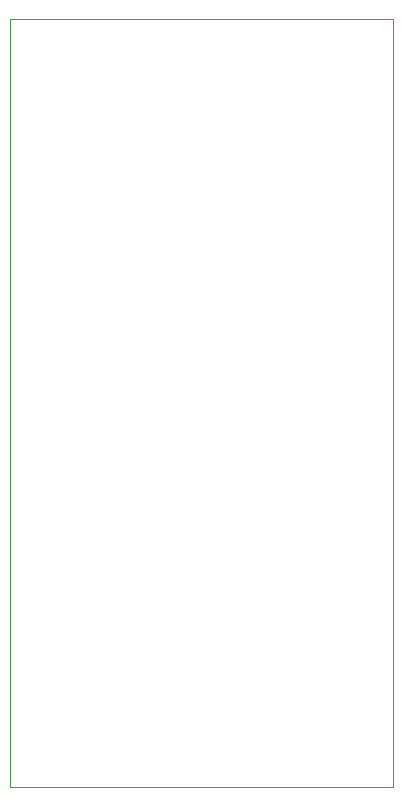
<source format=gbo>
G75*
%MOIN*%
%OFA0B0*%
%FSLAX25Y25*%
%IPPOS*%
%LPD*%
%AMOC8*
5,1,8,0,0,1.08239X$1,22.5*
%
%ADD10C,0.00000*%
D10*
X0001300Y0001500D02*
X0001300Y0257500D01*
X0129221Y0257500D01*
X0129221Y0001500D01*
X0001300Y0001500D01*
M02*

</source>
